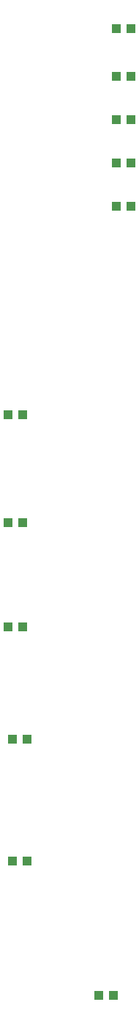
<source format=gbr>
G04 EAGLE Gerber RS-274X export*
G75*
%MOMM*%
%FSLAX34Y34*%
%LPD*%
%INSolderpaste Top*%
%IPPOS*%
%AMOC8*
5,1,8,0,0,1.08239X$1,22.5*%
G01*
%ADD10R,1.100000X1.000000*%


D10*
X158500Y190000D03*
X141500Y190000D03*
X53500Y860000D03*
X36500Y860000D03*
X53500Y735000D03*
X36500Y735000D03*
X53500Y615000D03*
X36500Y615000D03*
X58500Y485000D03*
X41500Y485000D03*
X58500Y345000D03*
X41500Y345000D03*
X178500Y1100000D03*
X161500Y1100000D03*
X178500Y1150000D03*
X161500Y1150000D03*
X178500Y1200000D03*
X161500Y1200000D03*
X178500Y1250000D03*
X161500Y1250000D03*
X178500Y1305000D03*
X161500Y1305000D03*
M02*

</source>
